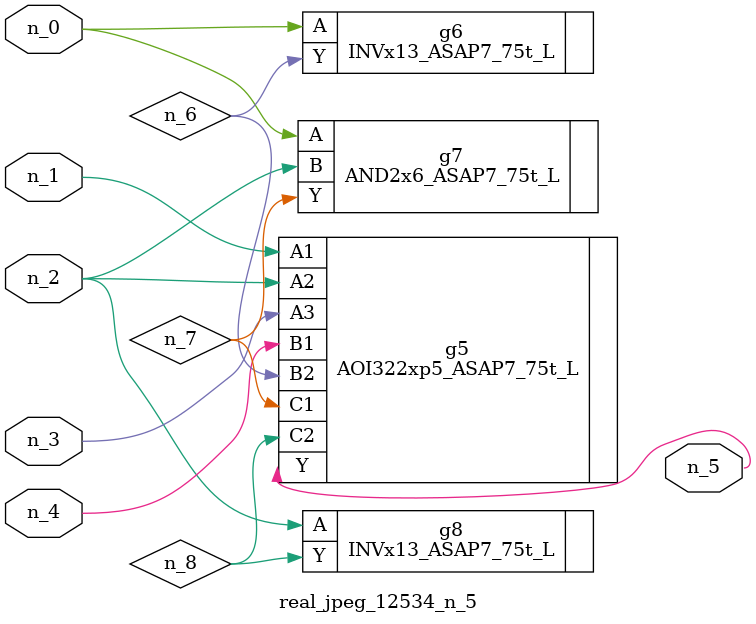
<source format=v>
module real_jpeg_12534_n_5 (n_4, n_0, n_1, n_2, n_3, n_5);

input n_4;
input n_0;
input n_1;
input n_2;
input n_3;

output n_5;

wire n_8;
wire n_6;
wire n_7;

INVx13_ASAP7_75t_L g6 ( 
.A(n_0),
.Y(n_6)
);

AND2x6_ASAP7_75t_L g7 ( 
.A(n_0),
.B(n_2),
.Y(n_7)
);

AOI322xp5_ASAP7_75t_L g5 ( 
.A1(n_1),
.A2(n_2),
.A3(n_3),
.B1(n_4),
.B2(n_6),
.C1(n_7),
.C2(n_8),
.Y(n_5)
);

INVx13_ASAP7_75t_L g8 ( 
.A(n_2),
.Y(n_8)
);


endmodule
</source>
